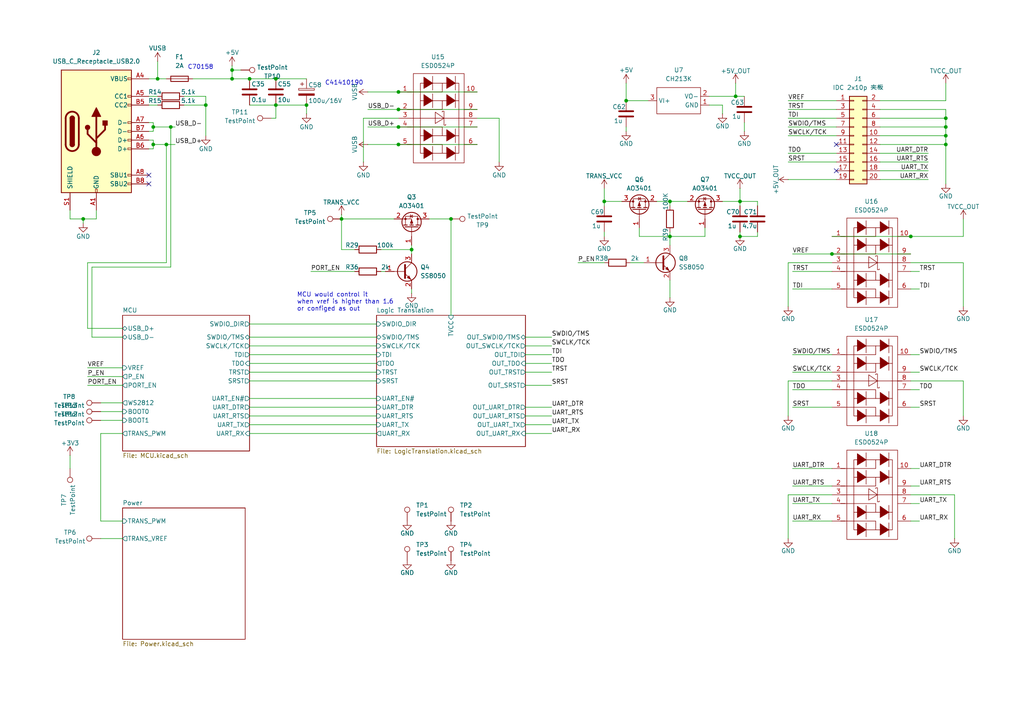
<source format=kicad_sch>
(kicad_sch (version 20250114) (generator "eeschema") (generator_version "9.0")
  (paper "A4")
  (lib_symbols
    (symbol "Connector:TestPoint" (pin_numbers (hide yes)) (pin_names (offset 0.762) (hide yes))
      (property "Reference" "TP" (at 0 6.858 0))
      (property "Value" "TestPoint" (at 0 5.08 0))
      (symbol "TestPoint_1_1"
        (pin passive line (at 0 0 90) (length 2.54) (name "1") (number "1"))
      )
    )
    (symbol "Connector:USB_C_Receptacle_USB2.0" (pin_names (offset 1.016))
      (property "Reference" "J" (at -10.16 19.05 0))
      (property "Value" "USB_C_Receptacle_USB2.0" (at 19.05 19.05 0))
      (symbol "USB_C_Receptacle_USB2.0_1_1"
        (pin passive line (at -7.62 -22.86 90) (length 5.08) (name "SHIELD") (number "S1"))
        (pin passive line (at 0 -22.86 90) (length 5.08) (name "GND") (number "A1"))
        (pin passive line (at 0 -22.86 90) (length 5.08) (hide yes) (name "GND") (number "A12"))
        (pin passive line (at 0 -22.86 90) (length 5.08) (hide yes) (name "GND") (number "B1"))
        (pin passive line (at 0 -22.86 90) (length 5.08) (hide yes) (name "GND") (number "B12"))
        (pin passive line (at 15.24 15.24 180) (length 5.08) (name "VBUS") (number "A4"))
        (pin passive line (at 15.24 15.24 180) (length 5.08) (hide yes) (name "VBUS") (number "A9"))
        (pin passive line (at 15.24 15.24 180) (length 5.08) (hide yes) (name "VBUS") (number "B4"))
        (pin passive line (at 15.24 15.24 180) (length 5.08) (hide yes) (name "VBUS") (number "B9"))
        (pin bidirectional line (at 15.24 10.16 180) (length 5.08) (name "CC1") (number "A5"))
        (pin bidirectional line (at 15.24 7.62 180) (length 5.08) (name "CC2") (number "B5"))
        (pin bidirectional line (at 15.24 2.54 180) (length 5.08) (name "D-") (number "A7"))
        (pin bidirectional line (at 15.24 0 180) (length 5.08) (name "D-") (number "B7"))
        (pin bidirectional line (at 15.24 -2.54 180) (length 5.08) (name "D+") (number "A6"))
        (pin bidirectional line (at 15.24 -5.08 180) (length 5.08) (name "D+") (number "B6"))
        (pin bidirectional line (at 15.24 -12.7 180) (length 5.08) (name "SBU1") (number "A8"))
        (pin bidirectional line (at 15.24 -15.24 180) (length 5.08) (name "SBU2") (number "B8"))
      )
    )
    (symbol "Connector_Generic:Conn_02x10_Odd_Even" (pin_names (offset 1.016) (hide yes))
      (property "Reference" "J" (at 1.27 12.7 0))
      (property "Value" "Conn_02x10_Odd_Even" (at 1.27 -15.24 0))
      (symbol "Conn_02x10_Odd_Even_1_1"
        (pin passive line (at -5.08 10.16 0) (length 3.81) (name "Pin_1") (number "1"))
        (pin passive line (at -5.08 7.62 0) (length 3.81) (name "Pin_3") (number "3"))
        (pin passive line (at -5.08 5.08 0) (length 3.81) (name "Pin_5") (number "5"))
        (pin passive line (at -5.08 2.54 0) (length 3.81) (name "Pin_7") (number "7"))
        (pin passive line (at -5.08 0 0) (length 3.81) (name "Pin_9") (number "9"))
        (pin passive line (at -5.08 -2.54 0) (length 3.81) (name "Pin_11") (number "11"))
        (pin passive line (at -5.08 -5.08 0) (length 3.81) (name "Pin_13") (number "13"))
        (pin passive line (at -5.08 -7.62 0) (length 3.81) (name "Pin_15") (number "15"))
        (pin passive line (at -5.08 -10.16 0) (length 3.81) (name "Pin_17") (number "17"))
        (pin passive line (at -5.08 -12.7 0) (length 3.81) (name "Pin_19") (number "19"))
        (pin passive line (at 7.62 10.16 180) (length 3.81) (name "Pin_2") (number "2"))
        (pin passive line (at 7.62 7.62 180) (length 3.81) (name "Pin_4") (number "4"))
        (pin passive line (at 7.62 5.08 180) (length 3.81) (name "Pin_6") (number "6"))
        (pin passive line (at 7.62 2.54 180) (length 3.81) (name "Pin_8") (number "8"))
        (pin passive line (at 7.62 0 180) (length 3.81) (name "Pin_10") (number "10"))
        (pin passive line (at 7.62 -2.54 180) (length 3.81) (name "Pin_12") (number "12"))
        (pin passive line (at 7.62 -5.08 180) (length 3.81) (name "Pin_14") (number "14"))
        (pin passive line (at 7.62 -7.62 180) (length 3.81) (name "Pin_16") (number "16"))
        (pin passive line (at 7.62 -10.16 180) (length 3.81) (name "Pin_18") (number "18"))
        (pin passive line (at 7.62 -12.7 180) (length 3.81) (name "Pin_20") (number "20"))
      )
    )
    (symbol "Device:C" (pin_numbers (hide yes)) (pin_names (offset 0.254))
      (property "Reference" "C" (at 0.635 2.54 0))
      (property "Value" "C" (at 0.635 -2.54 0))
      (symbol "C_1_1"
        (pin passive line (at 0 3.81 270) (length 2.794) (name "~") (number "1"))
        (pin passive line (at 0 -3.81 90) (length 2.794) (name "~") (number "2"))
      )
    )
    (symbol "Device:C_Polarized" (pin_numbers (hide yes)) (pin_names (offset 0.254))
      (property "Reference" "C" (at 0.635 2.54 0))
      (property "Value" "C_Polarized" (at 0.635 -2.54 0))
      (symbol "C_Polarized_1_1"
        (pin passive line (at 0 3.81 270) (length 2.794) (name "~") (number "1"))
        (pin passive line (at 0 -3.81 90) (length 2.794) (name "~") (number "2"))
      )
    )
    (symbol "Device:Fuse" (pin_numbers (hide yes)) (pin_names (offset 0))
      (property "Reference" "F" (at 2.032 0 90))
      (property "Value" "Fuse" (at -1.905 0 90))
      (symbol "Fuse_1_1"
        (pin passive line (at 0 3.81 270) (length 1.27) (name "~") (number "1"))
        (pin passive line (at 0 -3.81 90) (length 1.27) (name "~") (number "2"))
      )
    )
    (symbol "Device:R" (pin_numbers (hide yes)) (pin_names (offset 0))
      (property "Reference" "R" (at 2.032 0 90))
      (property "Value" "R" (at 0 0 90))
      (symbol "R_1_1"
        (pin passive line (at 0 3.81 270) (length 1.27) (name "~") (number "1"))
        (pin passive line (at 0 -3.81 90) (length 1.27) (name "~") (number "2"))
      )
    )
    (symbol "ESD-TVS:ESD0524P" (pin_names (offset 1.016) (hide yes))
      (property "Reference" "U" (at 0 15.494 0))
      (property "Value" "ESD0524P" (at 0 20.574 0))
      (symbol "ESD0524P_1_1"
        (pin passive line (at -12.7 7.62 0) (length 3.81) (name "1") (number "1"))
        (pin passive line (at -12.7 2.54 0) (length 3.81) (name "2") (number "2"))
        (pin passive line (at -12.7 0 0) (length 3.81) (name "3") (number "3"))
        (pin passive line (at -12.7 -2.54 0) (length 3.81) (name "4") (number "4"))
        (pin passive line (at -12.7 -7.62 0) (length 3.81) (name "5") (number "5"))
        (pin passive line (at 10.16 7.62 180) (length 3.81) (name "10") (number "10"))
        (pin passive line (at 10.16 2.54 180) (length 3.81) (name "9") (number "9"))
        (pin passive line (at 10.16 0 180) (length 3.81) (name "8") (number "8"))
        (pin passive line (at 10.16 -2.54 180) (length 3.81) (name "7") (number "7"))
        (pin passive line (at 10.16 -7.62 180) (length 3.81) (name "6") (number "6"))
      )
    )
    (symbol "Transistor_BJT:SS8050" (pin_names (offset 0) (hide yes))
      (property "Reference" "Q" (at 5.08 1.905 0))
      (property "Value" "SS8050" (at 5.08 0 0))
      (symbol "SS8050_1_1"
        (pin input line (at -5.08 0 0) (length 2.54) (name "B") (number "1"))
        (pin passive line (at 2.54 5.08 270) (length 2.54) (name "C") (number "3"))
        (pin passive line (at 2.54 -5.08 90) (length 2.54) (name "E") (number "2"))
      )
    )
    (symbol "Transistor_FET:TSM2301ACX" (pin_names (hide yes))
      (property "Reference" "Q" (at 5.08 1.905 0))
      (property "Value" "TSM2301ACX" (at 5.08 0 0))
      (symbol "TSM2301ACX_1_1"
        (pin input line (at -5.08 0 0) (length 2.54) (name "G") (number "1"))
        (pin passive line (at 2.54 5.08 270) (length 2.54) (name "D") (number "3"))
        (pin passive line (at 2.54 -5.08 90) (length 2.54) (name "S") (number "2"))
      )
    )
    (symbol "hslink_library:CH213K"
      (property "Reference" "U" (at 0 0 0))
      (property "Value" "CH213K" (at 0 0 0))
      (symbol "CH213K_1_0"
        (pin unspecified line (at -8.89 1.27 0) (length 2.54) (name "GND") (number "1"))
        (pin unspecified line (at -8.89 -1.27 0) (length 2.54) (name "VO-") (number "2"))
        (pin unspecified line (at 8.89 0 180) (length 2.54) (name "VI+") (number "3"))
      )
    )
    (symbol "power:+3V3" (power) (pin_numbers (hide yes)) (pin_names (offset 0) (hide yes))
      (property "Value" "+3V3" (at 0 3.556 0))
      (symbol "+3V3_1_1"
        (pin power_in line (at 0 0 90) (length 0) (name "~") (number "1"))
      )
    )
    (symbol "power:+5V" (power) (pin_numbers (hide yes)) (pin_names (offset 0) (hide yes))
      (property "Value" "+5V" (at 0 3.556 0))
      (symbol "+5V_1_1"
        (pin power_in line (at 0 0 90) (length 0) (name "~") (number "1"))
      )
    )
    (symbol "power:+5VA" (power) (pin_numbers (hide yes)) (pin_names (offset 0) (hide yes))
      (property "Value" "+5VA" (at 0 3.556 0))
      (symbol "+5VA_1_1"
        (pin power_in line (at 0 0 90) (length 0) (name "~") (number "1"))
      )
    )
    (symbol "power:GND" (power) (pin_numbers (hide yes)) (pin_names (offset 0) (hide yes))
      (property "Value" "GND" (at 0 -3.81 0))
      (symbol "GND_1_1"
        (pin power_in line (at 0 0 270) (length 0) (name "~") (number "1"))
      )
    )
    (symbol "power:VCC" (power) (pin_numbers (hide yes)) (pin_names (offset 0) (hide yes))
      (property "Value" "VCC" (at 0 3.556 0))
      (symbol "VCC_1_1"
        (pin power_in line (at 0 0 90) (length 0) (name "~") (number "1"))
      )
    )
  )
  (text "C41410190" (at 99.822 24.13 0) (effects (font (size 1.27 1.27))))
  (text "C70158" (at 58.166 19.558 0) (effects (font (size 1.27 1.27))))
  (text "MCU would control it\nwhen vref is higher than 1.6\nor configed as out" (at 86.106 87.63 0) (effects (font (size 1.27 1.27)) (justify left)))
  (junction (at 80.01 22.86))
  (junction (at 59.69 30.48))
  (junction (at 115.57 41.91))
  (junction (at 48.26 41.91))
  (junction (at 241.3 73.66))
  (junction (at 115.57 26.67))
  (junction (at 115.57 36.83))
  (junction (at 181.61 29.21))
  (junction (at 44.45 36.83))
  (junction (at 264.16 68.58))
  (junction (at 99.06 63.5))
  (junction (at 49.53 36.83))
  (junction (at 24.13 63.5))
  (junction (at 274.32 36.83))
  (junction (at 274.32 39.37))
  (junction (at 67.31 22.86))
  (junction (at 72.39 22.86))
  (junction (at 88.9 30.48))
  (junction (at 80.01 30.48))
  (junction (at 67.31 20.32))
  (junction (at 115.57 31.75))
  (junction (at 44.45 41.91))
  (junction (at 119.38 72.39))
  (junction (at 214.63 68.58))
  (junction (at 194.31 68.58))
  (junction (at 194.31 58.42))
  (junction (at 130.81 63.5))
  (junction (at 214.63 58.42))
  (junction (at 213.36 27.94))
  (junction (at 274.32 34.29))
  (junction (at 175.26 58.42))
  (junction (at 274.32 41.91))
  (junction (at 45.72 22.86))
  (no_connect (at 242.57 49.53))
  (no_connect (at 43.18 50.8))
  (no_connect (at 242.57 41.91))
  (no_connect (at 43.18 53.34))
  (wire (pts (xy 152.4 123.19) (xy 160.02 123.19)))
  (wire (pts (xy 229.87 146.05) (xy 241.3 146.05)))
  (wire (pts (xy 182.88 76.2) (xy 186.69 76.2)))
  (wire (pts (xy 152.4 118.11) (xy 160.02 118.11)))
  (wire (pts (xy 255.27 41.91) (xy 274.32 41.91)))
  (wire (pts (xy 241.3 68.58) (xy 264.16 68.58)))
  (wire (pts (xy 44.45 36.83) (xy 49.53 36.83)))
  (wire (pts (xy 26.67 97.79) (xy 35.56 97.79)))
  (wire (pts (xy 266.7 107.95) (xy 264.16 107.95)))
  (wire (pts (xy 266.7 140.97) (xy 264.16 140.97)))
  (wire (pts (xy 20.32 63.5) (xy 24.13 63.5)))
  (wire (pts (xy 67.31 22.86) (xy 72.39 22.86)))
  (wire (pts (xy 228.6 110.49) (xy 228.6 120.65)))
  (wire (pts (xy 29.21 156.21) (xy 35.56 156.21)))
  (wire (pts (xy 29.21 116.84) (xy 35.56 116.84)))
  (wire (pts (xy 279.4 63.5) (xy 279.4 68.58)))
  (wire (pts (xy 228.6 29.21) (xy 242.57 29.21)))
  (wire (pts (xy 72.39 97.79) (xy 109.22 97.79)))
  (wire (pts (xy 130.81 63.5) (xy 130.81 91.44)))
  (wire (pts (xy 90.17 78.74) (xy 102.87 78.74)))
  (wire (pts (xy 274.32 24.13) (xy 274.32 29.21)))
  (wire (pts (xy 213.36 27.94) (xy 215.9 27.94)))
  (wire (pts (xy 264.16 143.51) (xy 276.86 143.51)))
  (wire (pts (xy 106.68 31.75) (xy 115.57 31.75)))
  (wire (pts (xy 274.32 31.75) (xy 274.32 34.29)))
  (wire (pts (xy 264.16 68.58) (xy 279.4 68.58)))
  (wire (pts (xy 228.6 36.83) (xy 242.57 36.83)))
  (wire (pts (xy 72.39 107.95) (xy 109.22 107.95)))
  (wire (pts (xy 99.06 63.5) (xy 114.3 63.5)))
  (wire (pts (xy 228.6 76.2) (xy 228.6 88.9)))
  (wire (pts (xy 20.32 132.08) (xy 20.32 135.89)))
  (wire (pts (xy 144.78 34.29) (xy 144.78 46.99)))
  (wire (pts (xy 279.4 76.2) (xy 279.4 88.9)))
  (wire (pts (xy 219.71 67.31) (xy 219.71 68.58)))
  (wire (pts (xy 274.32 36.83) (xy 274.32 39.37)))
  (wire (pts (xy 105.41 34.29) (xy 115.57 34.29)))
  (wire (pts (xy 228.6 46.99) (xy 242.57 46.99)))
  (wire (pts (xy 228.6 44.45) (xy 242.57 44.45)))
  (wire (pts (xy 44.45 40.64) (xy 44.45 41.91)))
  (wire (pts (xy 26.67 77.47) (xy 26.67 97.79)))
  (wire (pts (xy 29.21 125.73) (xy 29.21 151.13)))
  (wire (pts (xy 194.31 71.12) (xy 194.31 68.58)))
  (wire (pts (xy 274.32 41.91) (xy 274.32 53.34)))
  (wire (pts (xy 241.3 143.51) (xy 228.6 143.51)))
  (wire (pts (xy 255.27 31.75) (xy 274.32 31.75)))
  (wire (pts (xy 138.43 34.29) (xy 144.78 34.29)))
  (wire (pts (xy 119.38 72.39) (xy 119.38 71.12)))
  (wire (pts (xy 44.45 41.91) (xy 48.26 41.91)))
  (wire (pts (xy 266.7 146.05) (xy 264.16 146.05)))
  (wire (pts (xy 72.39 110.49) (xy 109.22 110.49)))
  (wire (pts (xy 72.39 22.86) (xy 80.01 22.86)))
  (wire (pts (xy 43.18 35.56) (xy 44.45 35.56)))
  (wire (pts (xy 27.94 63.5) (xy 27.94 60.96)))
  (wire (pts (xy 241.3 73.66) (xy 264.16 73.66)))
  (wire (pts (xy 229.87 102.87) (xy 241.3 102.87)))
  (wire (pts (xy 67.31 19.05) (xy 67.31 20.32)))
  (wire (pts (xy 72.39 105.41) (xy 109.22 105.41)))
  (wire (pts (xy 72.39 123.19) (xy 109.22 123.19)))
  (wire (pts (xy 49.53 36.83) (xy 49.53 77.47)))
  (wire (pts (xy 35.56 109.22) (xy 25.4 109.22)))
  (wire (pts (xy 72.39 120.65) (xy 109.22 120.65)))
  (wire (pts (xy 152.4 100.33) (xy 160.02 100.33)))
  (wire (pts (xy 99.06 72.39) (xy 99.06 63.5)))
  (wire (pts (xy 274.32 39.37) (xy 274.32 41.91)))
  (wire (pts (xy 48.26 41.91) (xy 50.8 41.91)))
  (wire (pts (xy 181.61 29.21) (xy 187.96 29.21)))
  (wire (pts (xy 49.53 77.47) (xy 26.67 77.47)))
  (wire (pts (xy 48.26 76.2) (xy 25.4 76.2)))
  (wire (pts (xy 45.72 22.86) (xy 48.26 22.86)))
  (wire (pts (xy 255.27 44.45) (xy 269.24 44.45)))
  (wire (pts (xy 204.47 66.04) (xy 204.47 68.58)))
  (wire (pts (xy 219.71 68.58) (xy 214.63 68.58)))
  (wire (pts (xy 110.49 72.39) (xy 119.38 72.39)))
  (wire (pts (xy 266.7 151.13) (xy 264.16 151.13)))
  (wire (pts (xy 181.61 24.13) (xy 181.61 29.21)))
  (wire (pts (xy 35.56 119.38) (xy 29.21 119.38)))
  (wire (pts (xy 110.49 78.74) (xy 111.76 78.74)))
  (wire (pts (xy 80.01 22.86) (xy 88.9 22.86)))
  (wire (pts (xy 80.01 34.29) (xy 80.01 30.48)))
  (wire (pts (xy 264.16 76.2) (xy 279.4 76.2)))
  (wire (pts (xy 44.45 41.91) (xy 44.45 43.18)))
  (wire (pts (xy 59.69 30.48) (xy 59.69 39.37)))
  (wire (pts (xy 43.18 27.94) (xy 45.72 27.94)))
  (wire (pts (xy 194.31 59.69) (xy 194.31 58.42)))
  (wire (pts (xy 255.27 52.07) (xy 269.24 52.07)))
  (wire (pts (xy 194.31 81.28) (xy 194.31 86.36)))
  (wire (pts (xy 44.45 35.56) (xy 44.45 36.83)))
  (wire (pts (xy 25.4 106.68) (xy 35.56 106.68)))
  (wire (pts (xy 55.88 22.86) (xy 67.31 22.86)))
  (wire (pts (xy 115.57 41.91) (xy 138.43 41.91)))
  (wire (pts (xy 59.69 27.94) (xy 59.69 30.48)))
  (wire (pts (xy 152.4 105.41) (xy 160.02 105.41)))
  (wire (pts (xy 105.41 34.29) (xy 105.41 46.99)))
  (wire (pts (xy 209.55 33.02) (xy 209.55 30.48)))
  (wire (pts (xy 67.31 20.32) (xy 69.85 20.32)))
  (wire (pts (xy 53.34 27.94) (xy 59.69 27.94)))
  (wire (pts (xy 229.87 135.89) (xy 241.3 135.89)))
  (wire (pts (xy 175.26 58.42) (xy 175.26 59.69)))
  (wire (pts (xy 213.36 24.13) (xy 213.36 27.94)))
  (wire (pts (xy 229.87 151.13) (xy 241.3 151.13)))
  (wire (pts (xy 106.68 26.67) (xy 115.57 26.67)))
  (wire (pts (xy 115.57 36.83) (xy 138.43 36.83)))
  (wire (pts (xy 266.7 102.87) (xy 264.16 102.87)))
  (wire (pts (xy 44.45 43.18) (xy 43.18 43.18)))
  (wire (pts (xy 274.32 29.21) (xy 255.27 29.21)))
  (wire (pts (xy 78.74 34.29) (xy 80.01 34.29)))
  (wire (pts (xy 43.18 40.64) (xy 44.45 40.64)))
  (wire (pts (xy 175.26 54.61) (xy 175.26 58.42)))
  (wire (pts (xy 241.3 76.2) (xy 228.6 76.2)))
  (wire (pts (xy 255.27 36.83) (xy 274.32 36.83)))
  (wire (pts (xy 175.26 67.31) (xy 175.26 68.58)))
  (wire (pts (xy 88.9 30.48) (xy 88.9 33.02)))
  (wire (pts (xy 35.56 125.73) (xy 29.21 125.73)))
  (wire (pts (xy 213.36 27.94) (xy 205.74 27.94)))
  (wire (pts (xy 29.21 151.13) (xy 35.56 151.13)))
  (wire (pts (xy 219.71 58.42) (xy 214.63 58.42)))
  (wire (pts (xy 152.4 97.79) (xy 160.02 97.79)))
  (wire (pts (xy 72.39 102.87) (xy 109.22 102.87)))
  (wire (pts (xy 72.39 125.73) (xy 109.22 125.73)))
  (wire (pts (xy 255.27 34.29) (xy 274.32 34.29)))
  (wire (pts (xy 72.39 115.57) (xy 109.22 115.57)))
  (wire (pts (xy 266.7 78.74) (xy 264.16 78.74)))
  (wire (pts (xy 228.6 143.51) (xy 228.6 156.21)))
  (wire (pts (xy 45.72 17.78) (xy 45.72 22.86)))
  (wire (pts (xy 279.4 110.49) (xy 279.4 120.65)))
  (wire (pts (xy 229.87 73.66) (xy 241.3 73.66)))
  (wire (pts (xy 152.4 120.65) (xy 160.02 120.65)))
  (wire (pts (xy 228.6 52.07) (xy 242.57 52.07)))
  (wire (pts (xy 209.55 30.48) (xy 205.74 30.48)))
  (wire (pts (xy 264.16 110.49) (xy 279.4 110.49)))
  (wire (pts (xy 44.45 38.1) (xy 43.18 38.1)))
  (wire (pts (xy 228.6 31.75) (xy 242.57 31.75)))
  (wire (pts (xy 194.31 58.42) (xy 190.5 58.42)))
  (wire (pts (xy 266.7 135.89) (xy 264.16 135.89)))
  (wire (pts (xy 152.4 125.73) (xy 160.02 125.73)))
  (wire (pts (xy 25.4 111.76) (xy 35.56 111.76)))
  (wire (pts (xy 72.39 93.98) (xy 109.22 93.98)))
  (wire (pts (xy 152.4 111.76) (xy 160.02 111.76)))
  (wire (pts (xy 106.68 36.83) (xy 115.57 36.83)))
  (wire (pts (xy 228.6 34.29) (xy 242.57 34.29)))
  (wire (pts (xy 181.61 36.83) (xy 181.61 38.1)))
  (wire (pts (xy 102.87 72.39) (xy 99.06 72.39)))
  (wire (pts (xy 24.13 63.5) (xy 24.13 64.77)))
  (wire (pts (xy 43.18 22.86) (xy 45.72 22.86)))
  (wire (pts (xy 72.39 118.11) (xy 109.22 118.11)))
  (wire (pts (xy 35.56 121.92) (xy 29.21 121.92)))
  (wire (pts (xy 99.06 63.5) (xy 99.06 62.23)))
  (wire (pts (xy 266.7 113.03) (xy 264.16 113.03)))
  (wire (pts (xy 44.45 36.83) (xy 44.45 38.1)))
  (wire (pts (xy 185.42 66.04) (xy 185.42 68.58)))
  (wire (pts (xy 241.3 110.49) (xy 228.6 110.49)))
  (wire (pts (xy 255.27 46.99) (xy 269.24 46.99)))
  (wire (pts (xy 229.87 83.82) (xy 241.3 83.82)))
  (wire (pts (xy 49.53 36.83) (xy 50.8 36.83)))
  (wire (pts (xy 119.38 83.82) (xy 119.38 85.09)))
  (wire (pts (xy 24.13 63.5) (xy 27.94 63.5)))
  (wire (pts (xy 215.9 35.56) (xy 215.9 38.1)))
  (wire (pts (xy 219.71 59.69) (xy 219.71 58.42)))
  (wire (pts (xy 185.42 68.58) (xy 194.31 68.58)))
  (wire (pts (xy 72.39 100.33) (xy 109.22 100.33)))
  (wire (pts (xy 266.7 118.11) (xy 264.16 118.11)))
  (wire (pts (xy 214.63 58.42) (xy 214.63 59.69)))
  (wire (pts (xy 115.57 31.75) (xy 138.43 31.75)))
  (wire (pts (xy 106.68 41.91) (xy 115.57 41.91)))
  (wire (pts (xy 115.57 26.67) (xy 138.43 26.67)))
  (wire (pts (xy 266.7 83.82) (xy 264.16 83.82)))
  (wire (pts (xy 214.63 67.31) (xy 214.63 68.58)))
  (wire (pts (xy 255.27 49.53) (xy 269.24 49.53)))
  (wire (pts (xy 204.47 68.58) (xy 194.31 68.58)))
  (wire (pts (xy 194.31 68.58) (xy 194.31 67.31)))
  (wire (pts (xy 255.27 39.37) (xy 274.32 39.37)))
  (wire (pts (xy 119.38 72.39) (xy 119.38 73.66)))
  (wire (pts (xy 175.26 58.42) (xy 180.34 58.42)))
  (wire (pts (xy 72.39 30.48) (xy 80.01 30.48)))
  (wire (pts (xy 67.31 20.32) (xy 67.31 22.86)))
  (wire (pts (xy 274.32 34.29) (xy 274.32 36.83)))
  (wire (pts (xy 167.64 76.2) (xy 175.26 76.2)))
  (wire (pts (xy 152.4 107.95) (xy 160.02 107.95)))
  (wire (pts (xy 25.4 95.25) (xy 35.56 95.25)))
  (wire (pts (xy 214.63 58.42) (xy 209.55 58.42)))
  (wire (pts (xy 194.31 58.42) (xy 199.39 58.42)))
  (wire (pts (xy 229.87 113.03) (xy 241.3 113.03)))
  (wire (pts (xy 229.87 107.95) (xy 241.3 107.95)))
  (wire (pts (xy 124.46 63.5) (xy 130.81 63.5)))
  (wire (pts (xy 80.01 30.48) (xy 88.9 30.48)))
  (wire (pts (xy 214.63 54.61) (xy 214.63 58.42)))
  (wire (pts (xy 228.6 39.37) (xy 242.57 39.37)))
  (wire (pts (xy 229.87 140.97) (xy 241.3 140.97)))
  (wire (pts (xy 152.4 102.87) (xy 160.02 102.87)))
  (wire (pts (xy 229.87 118.11) (xy 241.3 118.11)))
  (wire (pts (xy 48.26 41.91) (xy 48.26 76.2)))
  (wire (pts (xy 43.18 30.48) (xy 45.72 30.48)))
  (wire (pts (xy 20.32 60.96) (xy 20.32 63.5)))
  (wire (pts (xy 25.4 76.2) (xy 25.4 95.25)))
  (wire (pts (xy 229.87 78.74) (xy 241.3 78.74)))
  (wire (pts (xy 53.34 30.48) (xy 59.69 30.48)))
  (wire (pts (xy 276.86 143.51) (xy 276.86 156.21)))
  (label "UART_DTR" (at 160.02 118.11 0))
  (label "TDO" (at 160.02 105.41 0))
  (label "TDI" (at 228.6 34.29 0))
  (label "UART_DTR" (at 269.24 44.45 180))
  (label "UART_RX" (at 229.87 151.13 0))
  (label "USB_D+" (at 50.8 41.91 0))
  (label "TDO" (at 266.7 113.03 0))
  (label "SWDIO{slash}TMS" (at 266.7 102.87 0))
  (label "UART_RX" (at 269.24 52.07 180))
  (label "SRST" (at 228.6 46.99 0))
  (label "SWCLK{slash}TCK" (at 266.7 107.95 0))
  (label "UART_RX" (at 266.7 151.13 0))
  (label "UART_TX" (at 269.24 49.53 180))
  (label "SRST" (at 160.02 111.76 0))
  (label "UART_RTS" (at 160.02 120.65 0))
  (label "TDO" (at 228.6 44.45 0))
  (label "UART_RTS" (at 266.7 140.97 0))
  (label "UART_RTS" (at 269.24 46.99 180))
  (label "UART_TX" (at 160.02 123.19 0))
  (label "TRST" (at 160.02 107.95 0))
  (label "SWCLK{slash}TCK" (at 228.6 39.37 0))
  (label "VREF" (at 25.4 106.68 0))
  (label "PORT_EN" (at 25.4 111.76 0))
  (label "SWDIO{slash}TMS" (at 160.02 97.79 0))
  (label "P_EN" (at 167.64 76.2 0))
  (label "PORT_EN" (at 90.17 78.74 0))
  (label "P_EN" (at 25.4 109.22 0))
  (label "SWDIO{slash}TMS" (at 229.87 102.87 0))
  (label "VREF" (at 228.6 29.21 0))
  (label "UART_TX" (at 266.7 146.05 0))
  (label "UART_DTR" (at 266.7 135.89 0))
  (label "SWCLK{slash}TCK" (at 229.87 107.95 0))
  (label "SWDIO{slash}TMS" (at 228.6 36.83 0))
  (label "TRST" (at 229.87 78.74 0))
  (label "TDO" (at 229.87 113.03 0))
  (label "UART_DTR" (at 229.87 135.89 0))
  (label "TDI" (at 160.02 102.87 0))
  (label "UART_TX" (at 229.87 146.05 0))
  (label "UART_RTS" (at 229.87 140.97 0))
  (label "SRST" (at 229.87 118.11 0))
  (label "SWCLK{slash}TCK" (at 160.02 100.33 0))
  (label "VREF" (at 229.87 73.66 0))
  (label "SRST" (at 266.7 118.11 0))
  (label "USB_D-" (at 50.8 36.83 0))
  (label "UART_RX" (at 160.02 125.73 0))
  (label "TDI" (at 266.7 83.82 0))
  (label "TRST" (at 228.6 31.75 0))
  (label "USB_D-" (at 106.68 31.75 0))
  (label "TRST" (at 266.7 78.74 0))
  (label "TDI" (at 229.87 83.82 0))
  (label "USB_D+" (at 106.68 36.83 0))
  (label "" (at 241.3 34.29 0))
  (symbol (lib_id "power:GND") (at 175.26 68.58 0) (unit 1)
    (property "Reference" "#PWR0147" (effects (hide yes)))
    (property "Value" "GND" (at 175.26 72.136 0))
    (property "Description" "Power symbol creates a global label with name \"GND\" , ground" (effects (hide yes)))
  )
  (symbol (lib_id "power:GND") (at 228.6 156.21 0) (unit 1)
    (property "Reference" "#PWR0116" (effects (hide yes)))
    (property "Value" "GND" (at 228.6 159.766 0))
    (property "Description" "Power symbol creates a global label with name \"GND\" , ground" (effects (hide yes)))
  )
  (symbol (lib_id "power:GND") (at 209.55 33.02 0) (unit 1)
    (property "Reference" "#PWR0139" (effects (hide yes)))
    (property "Value" "GND" (at 209.55 36.576 0))
    (property "Description" "Power symbol creates a global label with name \"GND\" , ground" (effects (hide yes)))
  )
  (symbol (lib_id "power:VCC") (at 214.63 54.61 0) (unit 1)
    (property "Reference" "#PWR0130" (effects (hide yes)))
    (property "Value" "TVCC_OUT" (at 214.63 51.054 0))
    (property "Description" "Power symbol creates a global label with name \"VCC\"" (effects (hide yes)))
  )
  (symbol (lib_id "power:GND") (at 118.11 162.56 0) (unit 1)
    (property "Reference" "#PWR0123" (effects (hide yes)))
    (property "Value" "GND" (at 118.11 166.116 0))
    (property "Description" "Power symbol creates a global label with name \"GND\" , ground" (effects (hide yes)))
  )
  (symbol (lib_id "power:GND") (at 279.4 120.65 0) (unit 1)
    (property "Reference" "#PWR0115" (effects (hide yes)))
    (property "Value" "GND" (at 279.4 124.206 0))
    (property "Description" "Power symbol creates a global label with name \"GND\" , ground" (effects (hide yes)))
  )
  (symbol (lib_id "Device:R") (at 49.53 30.48 90) (unit 1)
    (property "Reference" "R15" (at 44.958 29.21 90))
    (property "Value" "5.1k" (at 54.61 29.21 90))
    (property "Footprint" "Resistor_SMD:R_0402_1005Metric" (effects (hide yes)))
    (property "Description" "Resistor" (effects (hide yes)))
  )
  (symbol (lib_id "power:+5V") (at 67.31 19.05 0) (unit 1)
    (property "Reference" "#PWR0141" (effects (hide yes)))
    (property "Value" "+5V" (at 67.31 15.24 0))
    (property "Description" "Power symbol creates a global label with name \"+5V\"" (effects (hide yes)))
  )
  (symbol (lib_id "Connector:TestPoint") (at 130.81 151.13 0) (unit 1)
    (property "Reference" "TP2" (at 133.35 146.5579 0) (effects (justify left)))
    (property "Value" "TestPoint" (at 133.35 149.0979 0) (effects (justify left)))
    (property "Footprint" "hslink_library:ScrewHole_1.25mm_2mm" (effects (hide yes)))
    (property "Description" "test point" (effects (hide yes)))
  )
  (symbol (lib_id "Device:R") (at 106.68 78.74 90) (unit 1)
    (property "Reference" "R36" (at 102.108 77.47 90))
    (property "Value" "2k" (at 111.76 77.47 90))
    (property "Footprint" "Resistor_SMD:R_0402_1005Metric" (effects (hide yes)))
    (property "Description" "Resistor" (effects (hide yes)))
  )
  (symbol (lib_id "power:GND") (at 215.9 38.1 0) (unit 1)
    (property "Reference" "#PWR0140" (effects (hide yes)))
    (property "Value" "GND" (at 215.9 41.656 0))
    (property "Description" "Power symbol creates a global label with name \"GND\" , ground" (effects (hide yes)))
  )
  (symbol (lib_id "power:GND") (at 279.4 88.9 0) (unit 1)
    (property "Reference" "#PWR0113" (effects (hide yes)))
    (property "Value" "GND" (at 279.4 92.456 0))
    (property "Description" "Power symbol creates a global label with name \"GND\" , ground" (effects (hide yes)))
  )
  (symbol (lib_id "power:+5VA") (at 228.6 52.07 90) (unit 1)
    (property "Reference" "#PWR088" (effects (hide yes)))
    (property "Value" "+5V_OUT" (at 225.044 52.07 0))
    (property "Description" "Power symbol creates a global label with name \"+5VA\"" (effects (hide yes)))
  )
  (symbol (lib_id "Device:C") (at 175.26 63.5 0) (unit 1)
    (property "Reference" "C69" (at 173.228 61.468 0))
    (property "Value" "1u" (at 172.974 65.532 0))
    (property "Footprint" "Capacitor_SMD:C_0402_1005Metric" (effects (hide yes)))
    (property "Description" "Unpolarized capacitor" (effects (hide yes)))
  )
  (symbol (lib_id "power:GND") (at 276.86 156.21 0) (unit 1)
    (property "Reference" "#PWR0117" (effects (hide yes)))
    (property "Value" "GND" (at 276.86 159.766 0))
    (property "Description" "Power symbol creates a global label with name \"GND\" , ground" (effects (hide yes)))
  )
  (symbol (lib_id "Connector:TestPoint") (at 118.11 162.56 0) (unit 1)
    (property "Reference" "TP3" (at 120.65 157.9879 0) (effects (justify left)))
    (property "Value" "TestPoint" (at 120.65 160.5279 0) (effects (justify left)))
    (property "Footprint" "hslink_library:ScrewHole_1.25mm_2mm" (effects (hide yes)))
    (property "Description" "test point" (effects (hide yes)))
  )
  (symbol (lib_id "Device:C") (at 219.71 63.5 0) (unit 1)
    (property "Reference" "C71" (at 217.678 61.468 0))
    (property "Value" "4.7u" (at 217.424 65.532 0))
    (property "Footprint" "Capacitor_SMD:C_0402_1005Metric" (effects (hide yes)))
    (property "Description" "Unpolarized capacitor" (effects (hide yes)))
  )
  (symbol (lib_id "power:GND") (at 214.63 68.58 0) (unit 1)
    (property "Reference" "#PWR0148" (effects (hide yes)))
    (property "Value" "GND" (at 214.63 72.136 0))
    (property "Description" "Power symbol creates a global label with name \"GND\" , ground" (effects (hide yes)))
  )
  (symbol (lib_id "power:GND") (at 59.69 39.37 0) (unit 1)
    (property "Reference" "#PWR0101" (effects (hide yes)))
    (property "Value" "GND" (at 59.69 43.18 0))
    (property "Description" "Power symbol creates a global label with name \"GND\" , ground" (effects (hide yes)))
  )
  (symbol (lib_id "power:GND") (at 105.41 46.99 0) (unit 1)
    (property "Reference" "#PWR0104" (effects (hide yes)))
    (property "Value" "GND" (at 105.41 50.8 0))
    (property "Description" "Power symbol creates a global label with name \"GND\" , ground" (effects (hide yes)))
  )
  (symbol (lib_id "Device:R") (at 106.68 72.39 90) (unit 1)
    (property "Reference" "R29" (at 102.108 71.12 90))
    (property "Value" "100k" (at 111.76 71.12 90))
    (property "Footprint" "Resistor_SMD:R_0402_1005Metric" (effects (hide yes)))
    (property "Description" "Resistor" (effects (hide yes)))
  )
  (symbol (lib_id "ESD-TVS:ESD0524P") (at 254 76.2 0) (unit 1)
    (property "Reference" "U16" (at 252.73 58.42 0))
    (property "Value" "ESD0524P" (at 252.73 60.96 0))
    (property "Footprint" "hslink_library:DFN2510-10_L2.5-W1.0-P0.50-BL" (effects (hide yes)))
    (property "SuppliersPartNumber" "C2901307" (effects (hide yes)))
  )
  (symbol (lib_id "power:GND") (at 24.13 64.77 0) (unit 1)
    (property "Reference" "#PWR0106" (effects (hide yes)))
    (property "Value" "GND" (at 24.13 68.58 0))
    (property "Description" "Power symbol creates a global label with name \"GND\" , ground" (effects (hide yes)))
  )
  (symbol (lib_id "power:VCC") (at 279.4 63.5 0) (unit 1)
    (property "Reference" "#PWR0143" (effects (hide yes)))
    (property "Value" "TVCC_OUT" (at 279.4 59.944 0))
    (property "Description" "Power symbol creates a global label with name \"VCC\"" (effects (hide yes)))
  )
  (symbol (lib_id "Connector:TestPoint") (at 29.21 116.84 90) (unit 1)
    (property "Reference" "TP8" (at 20.066 115.062 90))
    (property "Value" "TestPoint" (at 20.066 117.602 90))
    (property "Footprint" "TestPoint:TestPoint_Pad_D1.0mm" (effects (hide yes)))
    (property "Description" "test point" (effects (hide yes)))
  )
  (symbol (lib_id "Transistor_FET:TSM2301ACX") (at 185.42 60.96 90) (unit 1)
    (property "Reference" "Q6" (at 185.42 52.07 90))
    (property "Value" "AO3401" (at 185.42 54.61 90))
    (property "Footprint" "Package_TO_SOT_SMD:SOT-23" (effects (hide yes)))
    (property "Datasheet" "https://www.taiwansemi.com/products/datasheet/TSM2301A_C15.pdf" (effects (hide yes)))
    (property "Description" "-2.8A Id, -20V Vds, P-Channel MOSFET, SOT-23" (effects (hide yes)))
  )
  (symbol (lib_id "Device:C") (at 215.9 31.75 0) (unit 1)
    (property "Reference" "C63" (at 213.868 29.718 0))
    (property "Value" "1u" (at 213.614 33.782 0))
    (property "Footprint" "Capacitor_SMD:C_0402_1005Metric" (effects (hide yes)))
    (property "Description" "Unpolarized capacitor" (effects (hide yes)))
  )
  (symbol (lib_id "power:+5V") (at 106.68 26.67 90) (unit 1)
    (property "Reference" "#PWR0150" (effects (hide yes)))
    (property "Value" "VUSB" (at 102.87 26.67 0))
    (property "Description" "Power symbol creates a global label with name \"+5V\"" (effects (hide yes)))
  )
  (symbol (lib_id "Device:R") (at 49.53 27.94 90) (unit 1)
    (property "Reference" "R14" (at 44.958 26.67 90))
    (property "Value" "5.1k" (at 54.61 26.67 90))
    (property "Footprint" "Resistor_SMD:R_0402_1005Metric" (effects (hide yes)))
    (property "Description" "Resistor" (effects (hide yes)))
  )
  (symbol (lib_id "Device:C_Polarized") (at 88.9 26.67 0) (unit 1)
    (property "Reference" "C58" (at 89.408 24.638 0) (effects (justify left)))
    (property "Value" "100u/16V" (at 89.408 29.21 0) (effects (justify left)))
    (property "Footprint" "Capacitor_SMD:CP_Elec_6.3x7.7" (effects (hide yes)))
    (property "Description" "Polarized capacitor" (effects (hide yes)))
  )
  (symbol (lib_id "power:+5V") (at 106.68 41.91 90) (unit 1)
    (property "Reference" "#PWR0151" (effects (hide yes)))
    (property "Value" "VUSB" (at 102.87 41.91 0))
    (property "Description" "Power symbol creates a global label with name \"+5V\"" (effects (hide yes)))
  )
  (symbol (lib_id "ESD-TVS:ESD0524P") (at 254 143.51 0) (unit 1)
    (property "Reference" "U18" (at 252.73 125.73 0))
    (property "Value" "ESD0524P" (at 252.73 128.27 0))
    (property "Footprint" "hslink_library:DFN2510-10_L2.5-W1.0-P0.50-BL" (effects (hide yes)))
    (property "SuppliersPartNumber" "C2901307" (effects (hide yes)))
  )
  (symbol (lib_id "Connector:TestPoint") (at 118.11 151.13 0) (unit 1)
    (property "Reference" "TP1" (at 120.65 146.5579 0) (effects (justify left)))
    (property "Value" "TestPoint" (at 120.65 149.0979 0) (effects (justify left)))
    (property "Footprint" "hslink_library:ScrewHole_1.25mm_2mm" (effects (hide yes)))
    (property "Description" "test point" (effects (hide yes)))
  )
  (symbol (lib_id "Device:Fuse") (at 52.07 22.86 90) (unit 1)
    (property "Reference" "F1" (at 52.07 16.51 90))
    (property "Value" "2A" (at 52.07 19.05 90))
    (property "Footprint" "Fuse:Fuse_0805_2012Metric" (effects (hide yes)))
    (property "Description" "Fuse" (effects (hide yes)))
  )
  (symbol (lib_id "Device:C") (at 181.61 33.02 0) (unit 1)
    (property "Reference" "C62" (at 179.578 30.988 0))
    (property "Value" "1u" (at 179.324 35.052 0))
    (property "Footprint" "Capacitor_SMD:C_0402_1005Metric" (effects (hide yes)))
    (property "Description" "Unpolarized capacitor" (effects (hide yes)))
  )
  (symbol (lib_id "Transistor_BJT:SS8050") (at 191.77 76.2 0) (unit 1)
    (property "Reference" "Q8" (at 196.85 74.9299 0) (effects (justify left)))
    (property "Value" "SS8050" (at 196.85 77.4699 0) (effects (justify left)))
    (property "Footprint" "Package_TO_SOT_SMD:SOT-23" (effects (hide yes)))
    (property "Datasheet" "http://www.secosgmbh.com/datasheet/products/SSMPTransistor/SOT-23/SS8050.pdf" (effects (hide yes)))
    (property "Description" "General Purpose NPN Transistor, 1.5A Ic, 25V Vce, SOT-23" (effects (hide yes)))
  )
  (symbol (lib_id "Connector:TestPoint") (at 99.06 63.5 90) (unit 1)
    (property "Reference" "TP5" (at 89.916 61.722 90))
    (property "Value" "TestPoint" (at 89.916 64.262 90))
    (property "Footprint" "TestPoint:TestPoint_Pad_D1.0mm" (effects (hide yes)))
    (property "Description" "test point" (effects (hide yes)))
  )
  (symbol (lib_id "Connector:TestPoint") (at 29.21 121.92 90) (unit 1)
    (property "Reference" "TP12" (at 20.066 120.142 90))
    (property "Value" "TestPoint" (at 20.066 122.682 90))
    (property "Footprint" "TestPoint:TestPoint_Pad_D1.0mm" (effects (hide yes)))
    (property "Description" "test point" (effects (hide yes)))
  )
  (symbol (lib_id "power:GND") (at 228.6 88.9 0) (unit 1)
    (property "Reference" "#PWR0112" (effects (hide yes)))
    (property "Value" "GND" (at 228.6 92.456 0))
    (property "Description" "Power symbol creates a global label with name \"GND\" , ground" (effects (hide yes)))
  )
  (symbol (lib_id "Connector:TestPoint") (at 29.21 119.38 90) (unit 1)
    (property "Reference" "TP13" (at 20.066 117.602 90))
    (property "Value" "TestPoint" (at 20.066 120.142 90))
    (property "Footprint" "TestPoint:TestPoint_Pad_D1.0mm" (effects (hide yes)))
    (property "Description" "test point" (effects (hide yes)))
  )
  (symbol (lib_id "Device:R") (at 194.31 63.5 180) (unit 1)
    (property "Reference" "R39" (at 193.04 68.072 90))
    (property "Value" "100K" (at 193.04 58.42 90))
    (property "Footprint" "Resistor_SMD:R_0402_1005Metric" (effects (hide yes)))
    (property "Description" "Resistor" (effects (hide yes)))
  )
  (symbol (lib_id "power:+5V") (at 45.72 17.78 0) (unit 1)
    (property "Reference" "#PWR0149" (effects (hide yes)))
    (property "Value" "VUSB" (at 45.72 13.97 0))
    (property "Description" "Power symbol creates a global label with name \"+5V\"" (effects (hide yes)))
  )
  (symbol (lib_id "power:VCC") (at 175.26 54.61 0) (unit 1)
    (property "Reference" "#PWR021" (effects (hide yes)))
    (property "Value" "TRANS_VCC" (at 175.26 51.054 0))
    (property "Description" "Power symbol creates a global label with name \"VCC\"" (effects (hide yes)))
  )
  (symbol (lib_id "power:GND") (at 130.81 162.56 0) (unit 1)
    (property "Reference" "#PWR0132" (effects (hide yes)))
    (property "Value" "GND" (at 130.81 166.116 0))
    (property "Description" "Power symbol creates a global label with name \"GND\" , ground" (effects (hide yes)))
  )
  (symbol (lib_id "Connector:TestPoint") (at 130.81 63.5 270) (unit 1)
    (property "Reference" "TP9" (at 139.954 65.278 90))
    (property "Value" "TestPoint" (at 139.954 62.738 90))
    (property "Footprint" "TestPoint:TestPoint_Pad_D1.0mm" (effects (hide yes)))
    (property "Description" "test point" (effects (hide yes)))
  )
  (symbol (lib_id "power:GND") (at 274.32 53.34 0) (unit 1)
    (property "Reference" "#PWR084" (effects (hide yes)))
    (property "Value" "GND" (at 274.32 56.896 0))
    (property "Description" "Power symbol creates a global label with name \"GND\" , ground" (effects (hide yes)))
  )
  (symbol (lib_id "Connector:TestPoint") (at 69.85 20.32 270) (unit 1)
    (property "Reference" "TP10" (at 78.994 22.098 90))
    (property "Value" "TestPoint" (at 78.994 19.558 90))
    (property "Footprint" "TestPoint:TestPoint_Pad_D1.0mm" (effects (hide yes)))
    (property "Description" "test point" (effects (hide yes)))
  )
  (symbol (lib_id "Connector:TestPoint") (at 130.81 162.56 0) (unit 1)
    (property "Reference" "TP4" (at 133.35 157.9879 0) (effects (justify left)))
    (property "Value" "TestPoint" (at 133.35 160.5279 0) (effects (justify left)))
    (property "Footprint" "hslink_library:ScrewHole_1.25mm_2mm" (effects (hide yes)))
    (property "Description" "test point" (effects (hide yes)))
  )
  (symbol (lib_id "power:GND") (at 119.38 85.09 0) (unit 1)
    (property "Reference" "#PWR0145" (effects (hide yes)))
    (property "Value" "GND" (at 119.38 88.646 0))
    (property "Description" "Power symbol creates a global label with name \"GND\" , ground" (effects (hide yes)))
  )
  (symbol (lib_id "Connector:TestPoint") (at 29.21 156.21 90) (unit 1)
    (property "Reference" "TP6" (at 20.32 154.432 90))
    (property "Value" "TestPoint" (at 20.32 156.972 90))
    (property "Footprint" "TestPoint:TestPoint_Pad_D1.0mm" (effects (hide yes)))
    (property "Description" "test point" (effects (hide yes)))
  )
  (symbol (lib_id "Connector:USB_C_Receptacle_USB2.0") (at 27.94 38.1 0) (unit 1)
    (property "Reference" "J2" (at 27.94 15.24 0))
    (property "Value" "USB_C_Receptacle_USB2.0" (at 27.94 17.78 0))
    (property "Footprint" "Connector_USB:USB_C_Receptacle_G-Switch_GT-USB-7010ASV" (effects (hide yes)))
    (property "Datasheet" "https://www.usb.org/sites/default/files/documents/usb_type-c.zip" (effects (hide yes)))
    (property "Description" "USB 2.0-only Type-C Receptacle connector" (effects (hide yes)))
  )
  (symbol (lib_id "power:+3V3") (at 20.32 132.08 0) (unit 1)
    (property "Reference" "#PWR0133" (effects (hide yes)))
    (property "Value" "+3V3" (at 20.32 128.524 0))
    (property "Description" "Power symbol creates a global label with name \"+3V3\"" (effects (hide yes)))
  )
  (symbol (lib_id "power:GND") (at 144.78 46.99 0) (unit 1)
    (property "Reference" "#PWR0105" (effects (hide yes)))
    (property "Value" "GND" (at 144.78 50.8 0))
    (property "Description" "Power symbol creates a global label with name \"GND\" , ground" (effects (hide yes)))
  )
  (symbol (lib_id "Connector_Generic:Conn_02x10_Odd_Even") (at 247.65 39.37 0) (unit 1)
    (property "Reference" "J1" (at 248.92 22.86 0))
    (property "Value" "IDC 2x10p 夹板" (at 248.92 25.4 0))
    (property "Footprint" "Connector_IDC:IDC-Header_2x10_P2.54mm_Horizontal" (effects (hide yes)))
    (property "Description" "Generic connector, double row, 02x10, odd/even pin numbering scheme (row 1 odd numbers, row 2 even numbers), script generated (kicad-library-utils/schlib/autogen/connector/)" (effects (hide yes)))
  )
  (symbol (lib_id "power:GND") (at 118.11 151.13 0) (unit 1)
    (property "Reference" "#PWR0121" (effects (hide yes)))
    (property "Value" "GND" (at 118.11 154.686 0))
    (property "Description" "Power symbol creates a global label with name \"GND\" , ground" (effects (hide yes)))
  )
  (symbol (lib_id "Transistor_FET:TSM2301ACX") (at 204.47 60.96 270) (mirror x) (unit 1)
    (property "Reference" "Q7" (at 204.47 52.07 90))
    (property "Value" "AO3401" (at 204.47 54.61 90))
    (property "Footprint" "Package_TO_SOT_SMD:SOT-23" (effects (hide yes)))
    (property "Datasheet" "https://www.taiwansemi.com/products/datasheet/TSM2301A_C15.pdf" (effects (hide yes)))
    (property "Description" "-2.8A Id, -20V Vds, P-Channel MOSFET, SOT-23" (effects (hide yes)))
  )
  (symbol (lib_id "power:+5VA") (at 213.36 24.13 0) (unit 1)
    (property "Reference" "#PWR0118" (effects (hide yes)))
    (property "Value" "+5V_OUT" (at 213.36 20.574 0))
    (property "Description" "Power symbol creates a global label with name \"+5VA\"" (effects (hide yes)))
  )
  (symbol (lib_id "Transistor_BJT:SS8050") (at 116.84 78.74 0) (unit 1)
    (property "Reference" "Q4" (at 121.92 77.4699 0) (effects (justify left)))
    (property "Value" "SS8050" (at 121.92 80.0099 0) (effects (justify left)))
    (property "Footprint" "Package_TO_SOT_SMD:SOT-23" (effects (hide yes)))
    (property "Datasheet" "http://www.secosgmbh.com/datasheet/products/SSMPTransistor/SOT-23/SS8050.pdf" (effects (hide yes)))
    (property "Description" "General Purpose NPN Transistor, 1.5A Ic, 25V Vce, SOT-23" (effects (hide yes)))
  )
  (symbol (lib_id "hslink_library:CH213K") (at 196.85 29.21 180) (unit 1)
    (property "Reference" "U7" (at 196.85 20.32 0))
    (property "Value" "CH213K" (at 196.85 22.86 0))
    (property "Footprint" "Package_TO_SOT_SMD:SOT-23-3" (effects (hide yes)))
    (property "Datasheet" "https://atta.szlcsc.com/upload/public/pdf/source/20240814/EF2357DA6737CD588EAFDE9140A8D0F8.pdf" (effects (hide yes)))
    (property "Manufacturer Part" "CH213K" (effects (hide yes)))
    (property "Manufacturer" "WCH(南京沁恒)" (effects (hide yes)))
    (property "Supplier Part" "C5456874" (effects (hide yes)))
    (property "Supplier" "LCSC" (effects (hide yes)))
    (property "LCSC Part Name" "CH213K" (effects (hide yes)))
  )
  (symbol (lib_id "power:GND") (at 194.31 86.36 0) (unit 1)
    (property "Reference" "#PWR0144" (effects (hide yes)))
    (property "Value" "GND" (at 194.31 89.916 0))
    (property "Description" "Power symbol creates a global label with name \"GND\" , ground" (effects (hide yes)))
  )
  (symbol (lib_id "Device:C") (at 214.63 63.5 0) (unit 1)
    (property "Reference" "C70" (at 212.598 61.468 0))
    (property "Value" "1u" (at 212.344 65.532 0))
    (property "Footprint" "Capacitor_SMD:C_0402_1005Metric" (effects (hide yes)))
    (property "Description" "Unpolarized capacitor" (effects (hide yes)))
  )
  (symbol (lib_id "ESD-TVS:ESD0524P") (at 254 110.49 0) (unit 1)
    (property "Reference" "U17" (at 252.73 92.71 0))
    (property "Value" "ESD0524P" (at 252.73 95.25 0))
    (property "Footprint" "hslink_library:DFN2510-10_L2.5-W1.0-P0.50-BL" (effects (hide yes)))
    (property "SuppliersPartNumber" "C2901307" (effects (hide yes)))
  )
  (symbol (lib_id "Device:C") (at 72.39 26.67 0) (unit 1)
    (property "Reference" "C35" (at 72.898 24.384 0) (effects (justify left)))
    (property "Value" "0.1u" (at 72.898 28.956 0) (effects (justify left)))
    (property "Footprint" "Capacitor_SMD:C_0402_1005Metric" (effects (hide yes)))
    (property "Description" "Unpolarized capacitor" (effects (hide yes)))
  )
  (symbol (lib_id "power:+5V") (at 181.61 24.13 0) (unit 1)
    (property "Reference" "#PWR0103" (effects (hide yes)))
    (property "Value" "+5V" (at 181.61 20.32 0))
    (property "Description" "Power symbol creates a global label with name \"+5V\"" (effects (hide yes)))
  )
  (symbol (lib_id "Connector:TestPoint") (at 20.32 135.89 180) (unit 1)
    (property "Reference" "TP7" (at 18.542 145.034 90))
    (property "Value" "TestPoint" (at 21.082 145.034 90))
    (property "Footprint" "TestPoint:TestPoint_Pad_D1.0mm" (effects (hide yes)))
    (property "Description" "test point" (effects (hide yes)))
  )
  (symbol (lib_id "Device:R") (at 179.07 76.2 90) (unit 1)
    (property "Reference" "R38" (at 174.498 74.93 90))
    (property "Value" "2k" (at 184.15 74.93 90))
    (property "Footprint" "Resistor_SMD:R_0402_1005Metric" (effects (hide yes)))
    (property "Description" "Resistor" (effects (hide yes)))
  )
  (symbol (lib_id "Connector:TestPoint") (at 78.74 34.29 90) (unit 1)
    (property "Reference" "TP11" (at 69.596 32.512 90))
    (property "Value" "TestPoint" (at 69.596 35.052 90))
    (property "Footprint" "TestPoint:TestPoint_Pad_D1.0mm" (effects (hide yes)))
    (property "Description" "test point" (effects (hide yes)))
  )
  (symbol (lib_id "power:GND") (at 228.6 120.65 0) (unit 1)
    (property "Reference" "#PWR0114" (effects (hide yes)))
    (property "Value" "GND" (at 228.6 124.206 0))
    (property "Description" "Power symbol creates a global label with name \"GND\" , ground" (effects (hide yes)))
  )
  (symbol (lib_id "Device:C") (at 80.01 26.67 0) (unit 1)
    (property "Reference" "C55" (at 80.518 24.384 0) (effects (justify left)))
    (property "Value" "10u" (at 80.518 28.956 0) (effects (justify left)))
    (property "Footprint" "Capacitor_SMD:C_0603_1608Metric" (effects (hide yes)))
    (property "Description" "Unpolarized capacitor" (effects (hide yes)))
  )
  (symbol (lib_id "power:GND") (at 130.81 151.13 0) (unit 1)
    (property "Reference" "#PWR0122" (effects (hide yes)))
    (property "Value" "GND" (at 130.81 154.686 0))
    (property "Description" "Power symbol creates a global label with name \"GND\" , ground" (effects (hide yes)))
  )
  (symbol (lib_id "power:GND") (at 181.61 38.1 0) (unit 1)
    (property "Reference" "#PWR0146" (effects (hide yes)))
    (property "Value" "GND" (at 181.61 41.656 0))
    (property "Description" "Power symbol creates a global label with name \"GND\" , ground" (effects (hide yes)))
  )
  (symbol (lib_id "power:VCC") (at 274.32 24.13 0) (unit 1)
    (property "Reference" "#PWR0124" (effects (hide yes)))
    (property "Value" "TVCC_OUT" (at 274.32 20.574 0))
    (property "Description" "Power symbol creates a global label with name \"VCC\"" (effects (hide yes)))
  )
  (symbol (lib_id "ESD-TVS:ESD0524P") (at 128.27 34.29 0) (unit 1)
    (property "Reference" "U15" (at 127 16.51 0))
    (property "Value" "ESD0524P" (at 127 19.05 0))
    (property "Footprint" "hslink_library:DFN2510-10_L2.5-W1.0-P0.50-BL" (effects (hide yes)))
    (property "SuppliersPartNumber" "C2901307" (effects (hide yes)))
  )
  (symbol (lib_id "power:GND") (at 88.9 33.02 0) (unit 1)
    (property "Reference" "#PWR0125" (effects (hide yes)))
    (property "Value" "GND" (at 88.9 36.83 0))
    (property "Description" "Power symbol creates a global label with name \"GND\" , ground" (effects (hide yes)))
  )
  (symbol (lib_id "power:VCC") (at 99.06 62.23 0) (unit 1)
    (property "Reference" "#PWR020" (effects (hide yes)))
    (property "Value" "TRANS_VCC" (at 99.06 58.674 0))
    (property "Description" "Power symbol creates a global label with name \"VCC\"" (effects (hide yes)))
  )
  (symbol (lib_id "Transistor_FET:TSM2301ACX") (at 119.38 66.04 270) (mirror x) (unit 1)
    (property "Reference" "Q3" (at 119.38 57.15 90))
    (property "Value" "AO3401" (at 119.38 59.69 90))
    (property "Footprint" "Package_TO_SOT_SMD:SOT-23" (effects (hide yes)))
    (property "Datasheet" "https://www.taiwansemi.com/products/datasheet/TSM2301A_C15.pdf" (effects (hide yes)))
    (property "Description" "-2.8A Id, -20V Vds, P-Channel MOSFET, SOT-23" (effects (hide yes)))
  )
  (sheet (at 35.56 91.44) (size 36.83 39.37) (stroke (width 0.1524))
    (property "Sheetname" "MCU" (at 35.56 90.7284 0) (effects (justify left bottom)))
    (property "Sheetfile" "MCU.kicad_sch" (at 35.56 131.3946 0) (effects (justify left top)))
    (pin "SRST" output (at 72.39 110.49 0))
    (pin "SWCLK{slash}TCK" output (at 72.39 100.33 0))
    (pin "SWDIO_DIR" output (at 72.39 93.98 0))
    (pin "SWDIO{slash}TMS" bidirectional (at 72.39 97.79 0))
    (pin "TRST" output (at 72.39 107.95 0))
    (pin "UART_DTR" output (at 72.39 118.11 0))
    (pin "UART_RTS" output (at 72.39 120.65 0))
    (pin "UART_RX" input (at 72.39 125.73 0))
    (pin "UART_TX" output (at 72.39 123.19 0))
    (pin "TDO" input (at 72.39 105.41 0))
    (pin "TDI" output (at 72.39 102.87 0))
    (pin "USB_D-" bidirectional (at 35.56 97.79 180))
    (pin "USB_D+" bidirectional (at 35.56 95.25 180))
    (pin "TRANS_PWM" output (at 35.56 125.73 180))
    (pin "PORT_EN" output (at 35.56 111.76 180))
    (pin "P_EN" output (at 35.56 109.22 180))
    (pin "VREF" input (at 35.56 106.68 180))
    (pin "UART_EN#" output (at 72.39 115.57 0))
    (pin "WS2812" output (at 35.56 116.84 180))
    (pin "BOOT1" input (at 35.56 121.92 180))
    (pin "BOOT0" input (at 35.56 119.38 180))
  )
  (sheet (at 109.22 91.44) (size 43.18 38.1) (stroke (width 0.1524))
    (property "Sheetname" "Logic Translation" (at 109.22 90.7284 0) (effects (justify left bottom)))
    (property "Sheetfile" "LogicTranslation.kicad_sch" (at 109.22 130.1246 0) (effects (justify left top)))
    (pin "TRST" input (at 109.22 107.95 180))
    (pin "OUT_TRST" output (at 152.4 107.95 0))
    (pin "OUT_SRST" output (at 152.4 111.76 0))
    (pin "SRST" input (at 109.22 110.49 180))
    (pin "UART_TX" input (at 109.22 123.19 180))
    (pin "OUT_UART_TX" output (at 152.4 123.19 0))
    (pin "UART_RTS" input (at 109.22 120.65 180))
    (pin "OUT_UART_RTS" output (at 152.4 120.65 0))
    (pin "UART_RX" output (at 109.22 125.73 180))
    (pin "UART_DTR" input (at 109.22 118.11 180))
    (pin "OUT_UART_DTR" output (at 152.4 118.11 0))
    (pin "OUT_UART_RX" input (at 152.4 125.73 0))
    (pin "TDO" output (at 109.22 105.41 180))
    (pin "OUT_TDO" input (at 152.4 105.41 0))
    (pin "OUT_SWCLK{slash}TCK" output (at 152.4 100.33 0))
    (pin "SWCLK{slash}TCK" input (at 109.22 100.33 180))
    (pin "TDI" input (at 109.22 102.87 180))
    (pin "OUT_TDI" output (at 152.4 102.87 0))
    (pin "SWDIO_DIR" input (at 109.22 93.98 180))
    (pin "SWDIO{slash}TMS" bidirectional (at 109.22 97.79 180))
    (pin "OUT_SWDIO{slash}TMS" bidirectional (at 152.4 97.79 0))
    (pin "UART_EN#" input (at 109.22 115.57 180))
    (pin "TVCC" input (at 130.81 91.44 90))
  )
  (sheet (at 35.56 147.32) (size 35.56 38.1) (stroke (width 0.1524))
    (property "Sheetname" "Power" (at 35.56 146.6084 0) (effects (justify left bottom)))
    (property "Sheetfile" "Power.kicad_sch" (at 35.56 186.0046 0) (effects (justify left top)))
    (pin "TRANS_PWM" input (at 35.56 151.13 180))
    (pin "TRANS_VREF" output (at 35.56 156.21 180))
  )
)
</source>
